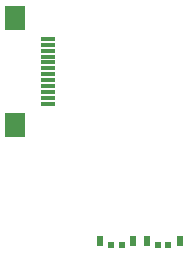
<source format=gbr>
G04 EAGLE Gerber RS-274X export*
G75*
%MOMM*%
%FSLAX34Y34*%
%LPD*%
%INSolderpaste Top*%
%IPPOS*%
%AMOC8*
5,1,8,0,0,1.08239X$1,22.5*%
G01*
%ADD10R,1.300000X0.300000*%
%ADD11R,1.800000X2.000000*%
%ADD12R,0.600000X0.550000*%
%ADD13R,0.600000X0.900000*%


D10*
X35560Y187520D03*
X35560Y182520D03*
X35560Y177520D03*
X35560Y172520D03*
X35560Y167520D03*
X35560Y162520D03*
X35560Y157520D03*
X35560Y152520D03*
X35560Y147520D03*
X35560Y142520D03*
X35560Y137520D03*
X35560Y132520D03*
D11*
X8060Y114520D03*
X8060Y205520D03*
D12*
X98480Y13260D03*
X89480Y13260D03*
D13*
X107980Y16510D03*
X79980Y16510D03*
D12*
X137850Y13260D03*
X128850Y13260D03*
D13*
X147350Y16510D03*
X119350Y16510D03*
M02*

</source>
